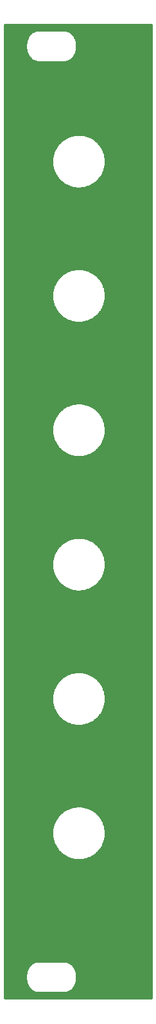
<source format=gbr>
G04 DipTrace 4.0.0.5*
G04 1 - Top.gbr*
%MOIN*%
G04 #@! TF.FileFunction,Copper,L1,Top*
G04 #@! TF.Part,Single*
G04 #@! TA.AperFunction,CopperBalancing*
%ADD15C,0.011811*%
%FSLAX26Y26*%
G04*
G70*
G90*
G75*
G01*
G04 Top*
%LPD*%
X408667Y5427297D2*
D15*
X1166143D1*
X408667Y5415617D2*
X1166143D1*
X408667Y5403937D2*
X551336D1*
X748442D2*
X1166143D1*
X408667Y5392257D2*
X537333D1*
X762433D2*
X1166143D1*
X408667Y5380577D2*
X528579D1*
X771198D2*
X1166143D1*
X408667Y5368898D2*
X522581D1*
X777185D2*
X1166143D1*
X408667Y5357218D2*
X518556D1*
X781222D2*
X1166143D1*
X408667Y5345538D2*
X516064D1*
X783714D2*
X1166143D1*
X408667Y5333858D2*
X514923D1*
X784844D2*
X1166143D1*
X408667Y5322178D2*
X515072D1*
X784694D2*
X1166143D1*
X408667Y5310499D2*
X516514D1*
X783264D2*
X1166143D1*
X408667Y5298819D2*
X519352D1*
X780415D2*
X1166143D1*
X408667Y5287139D2*
X523827D1*
X775940D2*
X1166143D1*
X408667Y5275459D2*
X530356D1*
X769423D2*
X1166143D1*
X408667Y5263780D2*
X539975D1*
X759791D2*
X1166143D1*
X408667Y5252100D2*
X556343D1*
X743436D2*
X1166143D1*
X408667Y5240420D2*
X1166143D1*
X408667Y5228740D2*
X1166143D1*
X408667Y5217060D2*
X1166143D1*
X408667Y5205381D2*
X1166143D1*
X408667Y5193701D2*
X1166143D1*
X408667Y5182021D2*
X1166143D1*
X408667Y5170341D2*
X1166143D1*
X408667Y5158661D2*
X1166143D1*
X408667Y5146982D2*
X1166143D1*
X408667Y5135302D2*
X1166143D1*
X408667Y5123622D2*
X1166143D1*
X408667Y5111942D2*
X1166143D1*
X408667Y5100262D2*
X1166143D1*
X408667Y5088583D2*
X1166143D1*
X408667Y5076903D2*
X1166143D1*
X408667Y5065223D2*
X1166143D1*
X408667Y5053543D2*
X1166143D1*
X408667Y5041864D2*
X1166143D1*
X408667Y5030184D2*
X1166143D1*
X408667Y5018504D2*
X1166143D1*
X408667Y5006824D2*
X1166143D1*
X408667Y4995144D2*
X1166143D1*
X408667Y4983465D2*
X1166143D1*
X408667Y4971785D2*
X1166143D1*
X408667Y4960105D2*
X1166143D1*
X408667Y4948425D2*
X1166143D1*
X408667Y4936745D2*
X1166143D1*
X408667Y4925066D2*
X1166143D1*
X408667Y4913386D2*
X1166143D1*
X408667Y4901706D2*
X1166143D1*
X408667Y4890026D2*
X1166143D1*
X408667Y4878346D2*
X1166143D1*
X408667Y4866667D2*
X748075D1*
X836390D2*
X1166143D1*
X408667Y4854987D2*
X721697D1*
X862895D2*
X1166143D1*
X408667Y4843307D2*
X704371D1*
X880173D2*
X1166143D1*
X408667Y4831627D2*
X691349D1*
X893207D2*
X1166143D1*
X408667Y4819948D2*
X681026D1*
X903496D2*
X1166143D1*
X408667Y4808268D2*
X672768D1*
X911755D2*
X1166143D1*
X408667Y4796588D2*
X666136D1*
X918398D2*
X1166143D1*
X408667Y4784908D2*
X660865D1*
X923657D2*
X1166143D1*
X408667Y4773228D2*
X656816D1*
X927694D2*
X1166143D1*
X408667Y4761549D2*
X653921D1*
X930625D2*
X1166143D1*
X408667Y4749869D2*
X652064D1*
X932516D2*
X1166143D1*
X408667Y4738189D2*
X651176D1*
X933358D2*
X1166143D1*
X408667Y4726509D2*
X651234D1*
X933277D2*
X1166143D1*
X408667Y4714829D2*
X652318D1*
X932251D2*
X1166143D1*
X408667Y4703150D2*
X654383D1*
X930175D2*
X1166143D1*
X408667Y4691470D2*
X657486D1*
X927049D2*
X1166143D1*
X408667Y4679790D2*
X661718D1*
X922804D2*
X1166143D1*
X408667Y4668110D2*
X667209D1*
X917325D2*
X1166143D1*
X408667Y4656430D2*
X674129D1*
X910406D2*
X1166143D1*
X408667Y4644751D2*
X682734D1*
X901835D2*
X1166143D1*
X408667Y4633071D2*
X693415D1*
X891097D2*
X1166143D1*
X408667Y4621391D2*
X707071D1*
X877487D2*
X1166143D1*
X408667Y4609711D2*
X725399D1*
X859066D2*
X1166143D1*
X408667Y4598031D2*
X755157D1*
X829262D2*
X1166143D1*
X408667Y4586352D2*
X1166143D1*
X408667Y4574672D2*
X1166143D1*
X408667Y4562992D2*
X1166143D1*
X408667Y4551312D2*
X1166143D1*
X408667Y4539633D2*
X1166143D1*
X408667Y4527953D2*
X1166143D1*
X408667Y4516273D2*
X1166143D1*
X408667Y4504593D2*
X1166143D1*
X408667Y4492913D2*
X1166143D1*
X408667Y4481234D2*
X1166143D1*
X408667Y4469554D2*
X1166143D1*
X408667Y4457874D2*
X1166143D1*
X408667Y4446194D2*
X1166143D1*
X408667Y4434514D2*
X1166143D1*
X408667Y4422835D2*
X1166143D1*
X408667Y4411155D2*
X1166143D1*
X408667Y4399475D2*
X1166143D1*
X408667Y4387795D2*
X1166143D1*
X408667Y4376115D2*
X1166143D1*
X408667Y4364436D2*
X1166143D1*
X408667Y4352756D2*
X1166143D1*
X408667Y4341076D2*
X1166143D1*
X408667Y4329396D2*
X1166143D1*
X408667Y4317717D2*
X1166143D1*
X408667Y4306037D2*
X1166143D1*
X408667Y4294357D2*
X1166143D1*
X408667Y4282677D2*
X1166143D1*
X408667Y4270997D2*
X1166143D1*
X408667Y4259318D2*
X1166143D1*
X408667Y4247638D2*
X1166143D1*
X408667Y4235958D2*
X1166143D1*
X408667Y4224278D2*
X1166143D1*
X408667Y4212598D2*
X1166143D1*
X408667Y4200919D2*
X1166143D1*
X408667Y4189239D2*
X1166143D1*
X408667Y4177559D2*
X771408D1*
X813310D2*
X1166143D1*
X408667Y4165879D2*
X731950D1*
X852608D2*
X1166143D1*
X408667Y4154199D2*
X711604D1*
X872954D2*
X1166143D1*
X408667Y4142520D2*
X696898D1*
X887648D2*
X1166143D1*
X408667Y4130840D2*
X685455D1*
X899079D2*
X1166143D1*
X408667Y4119160D2*
X676332D1*
X908202D2*
X1166143D1*
X408667Y4107480D2*
X668984D1*
X915550D2*
X1166143D1*
X408667Y4095801D2*
X663126D1*
X921408D2*
X1166143D1*
X408667Y4084121D2*
X658535D1*
X925988D2*
X1166143D1*
X408667Y4072441D2*
X655097D1*
X929402D2*
X1166143D1*
X408667Y4060761D2*
X652780D1*
X931766D2*
X1166143D1*
X408667Y4049081D2*
X651465D1*
X933093D2*
X1166143D1*
X408667Y4037402D2*
X651096D1*
X933428D2*
X1166143D1*
X408667Y4025722D2*
X651696D1*
X932828D2*
X1166143D1*
X408667Y4014042D2*
X653310D1*
X931259D2*
X1166143D1*
X408667Y4002362D2*
X655928D1*
X928618D2*
X1166143D1*
X408667Y3990682D2*
X659642D1*
X924903D2*
X1166143D1*
X408667Y3979003D2*
X664545D1*
X919990D2*
X1166143D1*
X408667Y3967323D2*
X670773D1*
X913761D2*
X1166143D1*
X408667Y3955643D2*
X678570D1*
X905987D2*
X1166143D1*
X408667Y3943963D2*
X688224D1*
X896310D2*
X1166143D1*
X408667Y3932283D2*
X700416D1*
X884130D2*
X1166143D1*
X408667Y3920604D2*
X716286D1*
X868294D2*
X1166143D1*
X408667Y3908924D2*
X739136D1*
X845433D2*
X1166143D1*
X408667Y3897244D2*
X1166143D1*
X408667Y3885564D2*
X1166143D1*
X408667Y3873885D2*
X1166143D1*
X408667Y3862205D2*
X1166143D1*
X408667Y3850525D2*
X1166143D1*
X408667Y3838845D2*
X1166143D1*
X408667Y3827165D2*
X1166143D1*
X408667Y3815486D2*
X1166143D1*
X408667Y3803806D2*
X1166143D1*
X408667Y3792126D2*
X1166143D1*
X408667Y3780446D2*
X1166143D1*
X408667Y3768766D2*
X1166143D1*
X408667Y3757087D2*
X1166143D1*
X408667Y3745407D2*
X1166143D1*
X408667Y3733727D2*
X1166143D1*
X408667Y3722047D2*
X1166143D1*
X408667Y3710367D2*
X1166143D1*
X408667Y3698688D2*
X1166143D1*
X408667Y3687008D2*
X1166143D1*
X408667Y3675328D2*
X1166143D1*
X408667Y3663648D2*
X1166143D1*
X408667Y3651969D2*
X1166143D1*
X408667Y3640289D2*
X1166143D1*
X408667Y3628609D2*
X1166143D1*
X408667Y3616929D2*
X1166143D1*
X408667Y3605249D2*
X1166143D1*
X408667Y3593570D2*
X1166143D1*
X408667Y3581890D2*
X1166143D1*
X408667Y3570210D2*
X1166143D1*
X408667Y3558530D2*
X1166143D1*
X408667Y3546850D2*
X1166143D1*
X408667Y3535171D2*
X1166143D1*
X408667Y3523491D2*
X1166143D1*
X408667Y3511811D2*
X1166143D1*
X408667Y3500131D2*
X1166143D1*
X408667Y3488451D2*
X1166143D1*
X408667Y3476772D2*
X745156D1*
X839504D2*
X1166143D1*
X408667Y3465092D2*
X719920D1*
X864614D2*
X1166143D1*
X408667Y3453412D2*
X703080D1*
X881420D2*
X1166143D1*
X408667Y3441732D2*
X690369D1*
X894211D2*
X1166143D1*
X408667Y3430052D2*
X680253D1*
X904269D2*
X1166143D1*
X408667Y3418373D2*
X672156D1*
X912388D2*
X1166143D1*
X408667Y3406693D2*
X665640D1*
X918906D2*
X1166143D1*
X408667Y3395013D2*
X660496D1*
X924050D2*
X1166143D1*
X408667Y3383333D2*
X656539D1*
X927983D2*
X1166143D1*
X408667Y3371654D2*
X653702D1*
X930808D2*
X1166143D1*
X408667Y3359974D2*
X651937D1*
X932631D2*
X1166143D1*
X408667Y3348294D2*
X651154D1*
X933392D2*
X1166143D1*
X408667Y3336614D2*
X651303D1*
X933219D2*
X1166143D1*
X408667Y3324934D2*
X652445D1*
X932101D2*
X1166143D1*
X408667Y3313255D2*
X654602D1*
X929967D2*
X1166143D1*
X408667Y3301575D2*
X657808D1*
X926749D2*
X1166143D1*
X408667Y3289895D2*
X662156D1*
X922388D2*
X1166143D1*
X408667Y3278215D2*
X667762D1*
X916783D2*
X1166143D1*
X408667Y3266535D2*
X674810D1*
X909748D2*
X1166143D1*
X408667Y3254856D2*
X683552D1*
X901005D2*
X1166143D1*
X408667Y3243176D2*
X694475D1*
X890035D2*
X1166143D1*
X408667Y3231496D2*
X708398D1*
X876102D2*
X1166143D1*
X408667Y3219816D2*
X727394D1*
X857163D2*
X1166143D1*
X408667Y3208136D2*
X759310D1*
X825328D2*
X1166143D1*
X408667Y3196457D2*
X1166143D1*
X408667Y3184777D2*
X1166143D1*
X408667Y3173097D2*
X1166143D1*
X408667Y3161417D2*
X1166143D1*
X408667Y3149738D2*
X1166143D1*
X408667Y3138058D2*
X1166143D1*
X408667Y3126378D2*
X1166143D1*
X408667Y3114698D2*
X1166143D1*
X408667Y3103018D2*
X1166143D1*
X408667Y3091339D2*
X1166143D1*
X408667Y3079659D2*
X1166143D1*
X408667Y3067979D2*
X1166143D1*
X408667Y3056299D2*
X1166143D1*
X408667Y3044619D2*
X1166143D1*
X408667Y3032940D2*
X1166143D1*
X408667Y3021260D2*
X1166143D1*
X408667Y3009580D2*
X1166143D1*
X408667Y2997900D2*
X1166143D1*
X408667Y2986220D2*
X1166143D1*
X408667Y2974541D2*
X1166143D1*
X408667Y2962861D2*
X1166143D1*
X408667Y2951181D2*
X1166143D1*
X408667Y2939501D2*
X1166143D1*
X408667Y2927822D2*
X1166143D1*
X408667Y2916142D2*
X1166143D1*
X408667Y2904462D2*
X1166143D1*
X408667Y2892782D2*
X1166143D1*
X408667Y2881102D2*
X1166143D1*
X408667Y2869423D2*
X1166143D1*
X408667Y2857743D2*
X1166143D1*
X408667Y2846063D2*
X1166143D1*
X408667Y2834383D2*
X1166143D1*
X408667Y2822703D2*
X1166143D1*
X408667Y2811024D2*
X1166143D1*
X408667Y2799344D2*
X1166143D1*
X408667Y2787664D2*
X765283D1*
X819343D2*
X1166143D1*
X408667Y2775984D2*
X729828D1*
X854660D2*
X1166143D1*
X408667Y2764304D2*
X710173D1*
X874430D2*
X1166143D1*
X408667Y2752625D2*
X695814D1*
X888756D2*
X1166143D1*
X408667Y2740945D2*
X684568D1*
X899932D2*
X1166143D1*
X408667Y2729265D2*
X675652D1*
X908894D2*
X1166143D1*
X408667Y2717585D2*
X668432D1*
X916114D2*
X1166143D1*
X408667Y2705906D2*
X662688D1*
X921870D2*
X1166143D1*
X408667Y2694226D2*
X658213D1*
X926333D2*
X1166143D1*
X408667Y2682546D2*
X654878D1*
X929644D2*
X1166143D1*
X408667Y2670866D2*
X652618D1*
X931916D2*
X1166143D1*
X408667Y2659186D2*
X651383D1*
X933173D2*
X1166143D1*
X408667Y2647507D2*
X651118D1*
X933428D2*
X1166143D1*
X408667Y2635827D2*
X651787D1*
X932723D2*
X1166143D1*
X408667Y2624147D2*
X653483D1*
X931063D2*
X1166143D1*
X408667Y2612467D2*
X656205D1*
X928364D2*
X1166143D1*
X408667Y2600787D2*
X660022D1*
X924534D2*
X1166143D1*
X408667Y2589108D2*
X665041D1*
X919529D2*
X1166143D1*
X408667Y2577428D2*
X671395D1*
X913161D2*
X1166143D1*
X408667Y2565748D2*
X679319D1*
X905249D2*
X1166143D1*
X408667Y2554068D2*
X689147D1*
X895353D2*
X1166143D1*
X408667Y2542388D2*
X701615D1*
X882965D2*
X1166143D1*
X408667Y2530709D2*
X717867D1*
X866690D2*
X1166143D1*
X408667Y2519029D2*
X741673D1*
X842861D2*
X1166143D1*
X408667Y2507349D2*
X1166143D1*
X408667Y2495669D2*
X1166143D1*
X408667Y2483990D2*
X1166143D1*
X408667Y2472310D2*
X1166143D1*
X408667Y2460630D2*
X1166143D1*
X408667Y2448950D2*
X1166143D1*
X408667Y2437270D2*
X1166143D1*
X408667Y2425591D2*
X1166143D1*
X408667Y2413911D2*
X1166143D1*
X408667Y2402231D2*
X1166143D1*
X408667Y2390551D2*
X1166143D1*
X408667Y2378871D2*
X1166143D1*
X408667Y2367192D2*
X1166143D1*
X408667Y2355512D2*
X1166143D1*
X408667Y2343832D2*
X1166143D1*
X408667Y2332152D2*
X1166143D1*
X408667Y2320472D2*
X1166143D1*
X408667Y2308793D2*
X1166143D1*
X408667Y2297113D2*
X1166143D1*
X408667Y2285433D2*
X1166143D1*
X408667Y2273753D2*
X1166143D1*
X408667Y2262073D2*
X1166143D1*
X408667Y2250394D2*
X1166143D1*
X408667Y2238714D2*
X1166143D1*
X408667Y2227034D2*
X1166143D1*
X408667Y2215354D2*
X1166143D1*
X408667Y2203675D2*
X1166143D1*
X408667Y2191995D2*
X1166143D1*
X408667Y2180315D2*
X1166143D1*
X408667Y2168635D2*
X1166143D1*
X408667Y2156955D2*
X1166143D1*
X408667Y2145276D2*
X1166143D1*
X408667Y2133596D2*
X1166143D1*
X408667Y2121916D2*
X1166143D1*
X408667Y2110236D2*
X1166143D1*
X408667Y2098556D2*
X1166143D1*
X408667Y2086877D2*
X742261D1*
X842192D2*
X1166143D1*
X408667Y2075197D2*
X718248D1*
X866264D2*
X1166143D1*
X408667Y2063517D2*
X701892D1*
X882642D2*
X1166143D1*
X408667Y2051837D2*
X689378D1*
X895146D2*
X1166143D1*
X408667Y2040157D2*
X679504D1*
X905042D2*
X1166143D1*
X408667Y2028478D2*
X671534D1*
X913024D2*
X1166143D1*
X408667Y2016798D2*
X665156D1*
X919413D2*
X1166143D1*
X408667Y2005118D2*
X660115D1*
X924442D2*
X1166143D1*
X408667Y1993438D2*
X656262D1*
X928272D2*
X1166143D1*
X408667Y1981759D2*
X653529D1*
X930993D2*
X1166143D1*
X408667Y1970079D2*
X651822D1*
X932713D2*
X1166143D1*
X408667Y1958399D2*
X651130D1*
X933438D2*
X1166143D1*
X408667Y1946719D2*
X651373D1*
X933161D2*
X1166143D1*
X408667Y1935039D2*
X652572D1*
X931940D2*
X1166143D1*
X408667Y1923360D2*
X654822D1*
X929724D2*
X1166143D1*
X408667Y1911680D2*
X658131D1*
X926437D2*
X1166143D1*
X408667Y1900000D2*
X662594D1*
X921974D2*
X1166143D1*
X408667Y1888320D2*
X668304D1*
X916253D2*
X1166143D1*
X408667Y1876640D2*
X675491D1*
X909091D2*
X1166143D1*
X408667Y1864961D2*
X684371D1*
X900139D2*
X1166143D1*
X408667Y1853281D2*
X695559D1*
X888986D2*
X1166143D1*
X408667Y1841601D2*
X709828D1*
X874696D2*
X1166143D1*
X408667Y1829921D2*
X729366D1*
X855202D2*
X1166143D1*
X408667Y1818241D2*
X764026D1*
X820518D2*
X1166143D1*
X408667Y1806562D2*
X1166143D1*
X408667Y1794882D2*
X1166143D1*
X408667Y1783202D2*
X1166143D1*
X408667Y1771522D2*
X1166143D1*
X408667Y1759843D2*
X1166143D1*
X408667Y1748163D2*
X1166143D1*
X408667Y1736483D2*
X1166143D1*
X408667Y1724803D2*
X1166143D1*
X408667Y1713123D2*
X1166143D1*
X408667Y1701444D2*
X1166143D1*
X408667Y1689764D2*
X1166143D1*
X408667Y1678084D2*
X1166143D1*
X408667Y1666404D2*
X1166143D1*
X408667Y1654724D2*
X1166143D1*
X408667Y1643045D2*
X1166143D1*
X408667Y1631365D2*
X1166143D1*
X408667Y1619685D2*
X1166143D1*
X408667Y1608005D2*
X1166143D1*
X408667Y1596325D2*
X1166143D1*
X408667Y1584646D2*
X1166143D1*
X408667Y1572966D2*
X1166143D1*
X408667Y1561286D2*
X1166143D1*
X408667Y1549606D2*
X1166143D1*
X408667Y1537927D2*
X1166143D1*
X408667Y1526247D2*
X1166143D1*
X408667Y1514567D2*
X1166143D1*
X408667Y1502887D2*
X1166143D1*
X408667Y1491207D2*
X1166143D1*
X408667Y1479528D2*
X1166143D1*
X408667Y1467848D2*
X1166143D1*
X408667Y1456168D2*
X1166143D1*
X408667Y1444488D2*
X1166143D1*
X408667Y1432808D2*
X1166143D1*
X408667Y1421129D2*
X1166143D1*
X408667Y1409449D2*
X1166143D1*
X408667Y1397769D2*
X760302D1*
X824186D2*
X1166143D1*
X408667Y1386089D2*
X727844D1*
X856724D2*
X1166143D1*
X408667Y1374409D2*
X708720D1*
X875780D2*
X1166143D1*
X408667Y1362730D2*
X694730D1*
X889840D2*
X1166143D1*
X408667Y1351050D2*
X683748D1*
X900786D2*
X1166143D1*
X408667Y1339370D2*
X674971D1*
X909597D2*
X1166143D1*
X408667Y1327690D2*
X667890D1*
X916692D2*
X1166143D1*
X408667Y1316010D2*
X662260D1*
X922320D2*
X1166143D1*
X408667Y1304331D2*
X657878D1*
X926680D2*
X1166143D1*
X408667Y1292651D2*
X654659D1*
X929886D2*
X1166143D1*
X408667Y1280971D2*
X652469D1*
X932055D2*
X1166143D1*
X408667Y1269291D2*
X651315D1*
X933219D2*
X1166143D1*
X408667Y1257612D2*
X651142D1*
X933416D2*
X1166143D1*
X408667Y1245932D2*
X651915D1*
X932619D2*
X1166143D1*
X408667Y1234252D2*
X653656D1*
X930856D2*
X1166143D1*
X408667Y1222572D2*
X656482D1*
X928075D2*
X1166143D1*
X408667Y1210892D2*
X660403D1*
X924177D2*
X1166143D1*
X408667Y1199213D2*
X665525D1*
X919045D2*
X1166143D1*
X408667Y1187533D2*
X672007D1*
X912573D2*
X1166143D1*
X408667Y1175853D2*
X680070D1*
X904476D2*
X1166143D1*
X408667Y1164173D2*
X690139D1*
X894385D2*
X1166143D1*
X408667Y1152493D2*
X702803D1*
X881707D2*
X1166143D1*
X408667Y1140814D2*
X719505D1*
X864983D2*
X1166143D1*
X408667Y1129134D2*
X744465D1*
X840081D2*
X1166143D1*
X408667Y1117454D2*
X1166143D1*
X408667Y1105774D2*
X1166143D1*
X408667Y1094094D2*
X1166143D1*
X408667Y1082415D2*
X1166143D1*
X408667Y1070735D2*
X1166143D1*
X408667Y1059055D2*
X1166143D1*
X408667Y1047375D2*
X1166143D1*
X408667Y1035696D2*
X1166143D1*
X408667Y1024016D2*
X1166143D1*
X408667Y1012336D2*
X1166143D1*
X408667Y1000656D2*
X1166143D1*
X408667Y988976D2*
X1166143D1*
X408667Y977297D2*
X1166143D1*
X408667Y965617D2*
X1166143D1*
X408667Y953937D2*
X1166143D1*
X408667Y942257D2*
X1166143D1*
X408667Y930577D2*
X1166143D1*
X408667Y918898D2*
X1166143D1*
X408667Y907218D2*
X1166143D1*
X408667Y895538D2*
X1166143D1*
X408667Y883858D2*
X1166143D1*
X408667Y872178D2*
X1166143D1*
X408667Y860499D2*
X1166143D1*
X408667Y848819D2*
X1166143D1*
X408667Y837139D2*
X1166143D1*
X408667Y825459D2*
X1166143D1*
X408667Y813780D2*
X1166143D1*
X408667Y802100D2*
X1166143D1*
X408667Y790420D2*
X1166143D1*
X408667Y778740D2*
X1166143D1*
X408667Y767060D2*
X1166143D1*
X408667Y755381D2*
X1166143D1*
X408667Y743701D2*
X1166143D1*
X408667Y732021D2*
X1166143D1*
X408667Y720341D2*
X1166143D1*
X408667Y708661D2*
X1166143D1*
X408667Y696982D2*
X1166143D1*
X408667Y685302D2*
X1166143D1*
X408667Y673622D2*
X1166143D1*
X408667Y661942D2*
X1166143D1*
X408667Y650262D2*
X1166143D1*
X408667Y638583D2*
X1166143D1*
X408667Y626903D2*
X1166143D1*
X408667Y615223D2*
X1166143D1*
X408667Y603543D2*
X1166143D1*
X408667Y591864D2*
X551774D1*
X748004D2*
X1166143D1*
X408667Y580184D2*
X537598D1*
X762178D2*
X1166143D1*
X408667Y568504D2*
X528752D1*
X771026D2*
X1166143D1*
X408667Y556824D2*
X522697D1*
X777070D2*
X1166143D1*
X408667Y545144D2*
X518625D1*
X781152D2*
X1166143D1*
X408667Y533465D2*
X516110D1*
X783667D2*
X1166143D1*
X408667Y521785D2*
X514934D1*
X784832D2*
X1166143D1*
X408667Y510105D2*
X515050D1*
X784717D2*
X1166143D1*
X408667Y498425D2*
X516457D1*
X783322D2*
X1166143D1*
X408667Y486745D2*
X519260D1*
X780518D2*
X1166143D1*
X408667Y475066D2*
X523699D1*
X776066D2*
X1166143D1*
X408667Y463386D2*
X530159D1*
X769608D2*
X1166143D1*
X408667Y451706D2*
X539686D1*
X760080D2*
X1166143D1*
X408667Y440026D2*
X555731D1*
X744047D2*
X1166143D1*
X408667Y428346D2*
X1166143D1*
X408667Y416667D2*
X1166143D1*
X748455Y443266D2*
X747315Y442528D1*
X748455Y443266D1*
X744990Y441180D2*
X743797Y440516D1*
X744990Y441180D1*
X746976Y442314D2*
X746177Y441843D1*
X744990Y441180D1*
X746976Y442314D1*
X742348Y439782D2*
X739837Y438627D1*
X738161Y437940D1*
X737154Y437541D1*
X735440Y436948D1*
X733709Y436392D1*
X732005Y435912D1*
X730990Y435652D1*
X729117Y435228D1*
X727333Y434900D1*
X726324Y434727D1*
X724520Y434493D1*
X723379Y434361D1*
X721562Y434234D1*
X720680Y434182D1*
X719501Y434147D1*
X580022Y434148D1*
X578202Y434234D1*
X577055Y434302D1*
X575244Y434493D1*
X574222Y434614D1*
X572430Y434900D1*
X571409Y435076D1*
X569640Y435455D1*
X568627Y435686D1*
X566883Y436161D1*
X565184Y436665D1*
X563357Y437274D1*
X561659Y437920D1*
X560609Y438335D1*
X559762Y438702D1*
X556790Y440087D1*
X555975Y440517D1*
X553262Y442035D1*
X552476Y442518D1*
X549873Y444210D1*
X549119Y444741D1*
X546589Y446625D1*
X545873Y447205D1*
X543717Y449033D1*
X542780Y449879D1*
X540542Y452021D1*
X539900Y452682D1*
X537835Y454912D1*
X537228Y455606D1*
X535230Y458005D1*
X534661Y458732D1*
X532731Y461323D1*
X532205Y462080D1*
X530520Y464625D1*
X530043Y465381D1*
X528438Y468056D1*
X527895Y469018D1*
X526421Y471811D1*
X525965Y472731D1*
X523999Y476967D1*
X523643Y477818D1*
X521958Y482147D1*
X521654Y483017D1*
X520266Y487294D1*
X519930Y488446D1*
X518722Y493105D1*
X518521Y494004D1*
X517566Y498803D1*
X517415Y499713D1*
X516723Y504598D1*
X516622Y505514D1*
X516181Y510638D1*
X516135Y511558D1*
X516001Y516639D1*
X516004Y517560D1*
X516144Y522795D1*
X516203Y523717D1*
X516636Y528709D1*
X516744Y529623D1*
X517445Y534573D1*
X517605Y535482D1*
X518564Y540276D1*
X518776Y541173D1*
X519999Y545877D1*
X520262Y546760D1*
X521655Y551056D1*
X522064Y552197D1*
X523770Y556583D1*
X524140Y557427D1*
X526001Y561430D1*
X526412Y562255D1*
X527993Y565247D1*
X528451Y566047D1*
X530058Y568710D1*
X531358Y570709D1*
X532318Y572157D1*
X532850Y572908D1*
X534652Y575323D1*
X535290Y576135D1*
X537308Y578570D1*
X537919Y579260D1*
X540143Y581656D1*
X540797Y582306D1*
X542980Y584379D1*
X543667Y584993D1*
X546148Y587106D1*
X546875Y587673D1*
X549108Y589331D1*
X550167Y590067D1*
X552877Y591815D1*
X553673Y592280D1*
X556416Y593790D1*
X557241Y594199D1*
X559976Y595475D1*
X561659Y596161D1*
X562623Y596541D1*
X564337Y597134D1*
X566030Y597677D1*
X567719Y598159D1*
X568915Y598461D1*
X570647Y598840D1*
X572430Y599168D1*
X573440Y599341D1*
X575244Y599575D1*
X576240Y599692D1*
X578058Y599832D1*
X578962Y599891D1*
X586064Y599934D1*
X719886Y599930D1*
X721706Y599832D1*
X722709Y599766D1*
X724520Y599575D1*
X725542Y599454D1*
X727333Y599168D1*
X729117Y598840D1*
X731097Y598404D1*
X732849Y597932D1*
X734593Y597416D1*
X736470Y596790D1*
X738161Y596142D1*
X739199Y595728D1*
X740043Y595358D1*
X742911Y594018D1*
X743728Y593592D1*
X746514Y592046D1*
X747301Y591563D1*
X749951Y589840D1*
X750702Y589306D1*
X753182Y587450D1*
X753899Y586870D1*
X756259Y584866D1*
X756940Y584244D1*
X759175Y582106D1*
X759819Y581448D1*
X762025Y579077D1*
X762627Y578379D1*
X764534Y576063D1*
X765102Y575336D1*
X766992Y572803D1*
X767521Y572047D1*
X769218Y569503D1*
X769748Y568663D1*
X771341Y566000D1*
X771835Y565127D1*
X773323Y562335D1*
X773836Y561301D1*
X775648Y557371D1*
X776136Y556220D1*
X777819Y551921D1*
X778123Y551051D1*
X779510Y546774D1*
X779846Y545622D1*
X781052Y540974D1*
X781253Y540075D1*
X782213Y535270D1*
X782364Y534361D1*
X783060Y529421D1*
X783159Y528505D1*
X783566Y523657D1*
X783627Y522538D1*
X783777Y517375D1*
X783772Y516453D1*
X783621Y511344D1*
X783566Y510424D1*
X783139Y505352D1*
X783031Y504437D1*
X782333Y499518D1*
X782175Y498610D1*
X781213Y493793D1*
X781001Y492895D1*
X779778Y488192D1*
X779514Y487308D1*
X778031Y482740D1*
X777714Y481874D1*
X776013Y477550D1*
X775647Y476705D1*
X773744Y472585D1*
X773331Y471762D1*
X771824Y468936D1*
X771371Y468133D1*
X769720Y465358D1*
X769227Y464580D1*
X767448Y461911D1*
X766913Y461160D1*
X765112Y458744D1*
X764482Y457942D1*
X762427Y455462D1*
X761814Y454773D1*
X759710Y452518D1*
X759060Y451864D1*
X756702Y449600D1*
X756010Y448990D1*
X753659Y447010D1*
X752933Y446442D1*
X750714Y444785D1*
X749610Y444014D1*
X748455Y443266D1*
X742348Y439782D1*
X748455Y5255615D2*
X747315Y5254877D1*
X748455Y5255615D1*
X749612Y5256366D2*
X748455Y5255615D1*
X749612Y5256366D1*
X746904Y5254618D2*
X746104Y5254151D1*
X744916Y5253495D1*
X746904Y5254618D1*
X750714Y5257134D2*
X752933Y5258791D1*
X753911Y5259571D1*
X756064Y5261398D1*
X756951Y5262197D1*
X758955Y5264113D1*
X759819Y5264983D1*
X761814Y5267122D1*
X762638Y5268063D1*
X764518Y5270349D1*
X765112Y5271106D1*
X766913Y5273522D1*
X767530Y5274396D1*
X769227Y5276942D1*
X769757Y5277782D1*
X771349Y5280445D1*
X771843Y5281318D1*
X773331Y5284112D1*
X773843Y5285143D1*
X775647Y5289054D1*
X776114Y5290150D1*
X777722Y5294256D1*
X778129Y5295394D1*
X779514Y5299671D1*
X779850Y5300823D1*
X781001Y5305257D1*
X781257Y5306371D1*
X782172Y5310949D1*
X782366Y5312085D1*
X783033Y5316807D1*
X783160Y5317942D1*
X783566Y5322768D1*
X783627Y5323873D1*
X783772Y5328816D1*
X783770Y5329995D1*
X783627Y5334888D1*
X783566Y5336007D1*
X783159Y5340862D1*
X783029Y5342010D1*
X782362Y5346718D1*
X782171Y5347836D1*
X781256Y5352427D1*
X780997Y5353551D1*
X779846Y5357987D1*
X779510Y5359136D1*
X778123Y5363413D1*
X777709Y5364571D1*
X776100Y5368664D1*
X775640Y5369740D1*
X773835Y5373652D1*
X773322Y5374684D1*
X771832Y5377480D1*
X771362Y5378312D1*
X769766Y5380992D1*
X769218Y5381865D1*
X767521Y5384409D1*
X766903Y5385283D1*
X765148Y5387636D1*
X764482Y5388488D1*
X762592Y5390772D1*
X761803Y5391669D1*
X759819Y5393797D1*
X759050Y5394577D1*
X756987Y5396562D1*
X755999Y5397450D1*
X753845Y5399265D1*
X752921Y5399997D1*
X750702Y5401655D1*
X749594Y5402425D1*
X747301Y5403912D1*
X746161Y5404596D1*
X743802Y5405913D1*
X742982Y5406345D1*
X739965Y5407745D1*
X738972Y5408168D1*
X737335Y5408819D1*
X736270Y5409206D1*
X734593Y5409765D1*
X732849Y5410281D1*
X731092Y5410753D1*
X729257Y5411172D1*
X728197Y5411382D1*
X726454Y5411681D1*
X725395Y5411835D1*
X723627Y5412042D1*
X722444Y5412146D1*
X720663Y5412249D1*
X719484Y5412283D1*
X580260D1*
X579084Y5412248D1*
X577303Y5412144D1*
X576121Y5412041D1*
X574352Y5411832D1*
X573294Y5411678D1*
X571551Y5411379D1*
X570491Y5411168D1*
X568769Y5410776D1*
X567720Y5410508D1*
X566105Y5410049D1*
X565184Y5409765D1*
X563491Y5409201D1*
X562476Y5408832D1*
X560825Y5408182D1*
X559747Y5407720D1*
X557322Y5406600D1*
X556490Y5406190D1*
X553600Y5404588D1*
X552462Y5403903D1*
X550165Y5402413D1*
X549108Y5401680D1*
X546875Y5400022D1*
X545861Y5399217D1*
X543720Y5397402D1*
X542824Y5396594D1*
X540748Y5394610D1*
X539890Y5393736D1*
X537919Y5391609D1*
X537219Y5390812D1*
X535324Y5388539D1*
X534652Y5387685D1*
X532850Y5385270D1*
X532196Y5384337D1*
X530510Y5381791D1*
X530035Y5381035D1*
X528429Y5378360D1*
X527887Y5377398D1*
X526412Y5374604D1*
X525958Y5373686D1*
X524140Y5369776D1*
X523638Y5368598D1*
X522042Y5364505D1*
X521648Y5363399D1*
X520262Y5359122D1*
X519927Y5357970D1*
X518776Y5353535D1*
X518518Y5352411D1*
X517602Y5347820D1*
X517412Y5346702D1*
X516745Y5341993D1*
X516621Y5340899D1*
X516210Y5336139D1*
X516135Y5334873D1*
X516004Y5329925D1*
X516005Y5328853D1*
X516135Y5323909D1*
X516205Y5322698D1*
X516623Y5317871D1*
X516747Y5316790D1*
X517413Y5312070D1*
X517608Y5310933D1*
X518524Y5306356D1*
X518780Y5305241D1*
X519930Y5300806D1*
X520266Y5299656D1*
X521654Y5295379D1*
X522041Y5294294D1*
X523635Y5290186D1*
X524146Y5288991D1*
X525966Y5285077D1*
X526420Y5284160D1*
X527898Y5281364D1*
X528461Y5280369D1*
X530068Y5277702D1*
X531358Y5275722D1*
X532205Y5274442D1*
X532861Y5273509D1*
X534661Y5271094D1*
X535301Y5270282D1*
X537193Y5267999D1*
X537929Y5267159D1*
X539900Y5265031D1*
X540807Y5264114D1*
X542883Y5262143D1*
X543678Y5261427D1*
X545819Y5259600D1*
X546887Y5258749D1*
X549119Y5257091D1*
X550182Y5256354D1*
X552476Y5254867D1*
X553689Y5254143D1*
X556049Y5252839D1*
X557257Y5252223D1*
X559613Y5251122D1*
X560825Y5250597D1*
X562492Y5249941D1*
X563507Y5249573D1*
X565184Y5249014D1*
X566883Y5248510D1*
X568634Y5248035D1*
X570647Y5247589D1*
X572430Y5247262D1*
X574227Y5246976D1*
X576136Y5246751D1*
X577176Y5246656D1*
X578957Y5246539D1*
X580280Y5246496D1*
X719504D1*
X720824Y5246539D1*
X722605Y5246657D1*
X723643Y5246752D1*
X725412Y5246961D1*
X726470Y5247114D1*
X728213Y5247413D1*
X729983Y5247781D1*
X730854Y5247972D1*
X732005Y5248261D1*
X733709Y5248741D1*
X735440Y5249297D1*
X737159Y5249892D1*
X738988Y5250617D1*
X740059Y5251079D1*
X742497Y5252214D1*
X743743Y5252846D1*
X744916Y5253495D1*
X750714Y5257134D1*
X837020Y4600678D2*
X842312Y4602592D1*
X843134Y4602909D1*
X848322Y4605045D1*
X849243Y4605451D1*
X854301Y4607836D1*
X855131Y4608252D1*
X860055Y4610858D1*
X860837Y4611294D1*
X865629Y4614109D1*
X866436Y4614610D1*
X871071Y4617634D1*
X871867Y4618182D1*
X876358Y4621429D1*
X877083Y4621979D1*
X881403Y4625408D1*
X882110Y4625997D1*
X886941Y4630232D1*
X890946Y4634054D1*
X891614Y4634723D1*
X895427Y4638719D1*
X896017Y4639366D1*
X899659Y4643533D1*
X900287Y4644287D1*
X903719Y4648623D1*
X904255Y4649332D1*
X907491Y4653812D1*
X908022Y4654585D1*
X911062Y4659236D1*
X911555Y4660031D1*
X914371Y4664815D1*
X914819Y4665614D1*
X917425Y4670542D1*
X917858Y4671411D1*
X920230Y4676469D1*
X920602Y4677311D1*
X922749Y4682496D1*
X923104Y4683416D1*
X925003Y4688718D1*
X925293Y4689591D1*
X926955Y4694997D1*
X927224Y4695959D1*
X928625Y4701471D1*
X928836Y4702388D1*
X929987Y4708005D1*
X930157Y4708951D1*
X931049Y4714660D1*
X931181Y4715686D1*
X931783Y4721486D1*
X931857Y4722403D1*
X932198Y4728268D1*
X932231Y4729306D1*
X932270Y4735249D1*
X932253Y4736192D1*
X932018Y4742083D1*
X931957Y4743039D1*
X931445Y4748870D1*
X931329Y4749888D1*
X930379Y4756554D1*
X929315Y4762214D1*
X929113Y4763160D1*
X927790Y4768715D1*
X927549Y4769629D1*
X925976Y4775079D1*
X925676Y4776033D1*
X923841Y4781378D1*
X923533Y4782215D1*
X921475Y4787442D1*
X921084Y4788369D1*
X918778Y4793465D1*
X918375Y4794302D1*
X915849Y4799262D1*
X915404Y4800088D1*
X912655Y4804920D1*
X912193Y4805690D1*
X909234Y4810390D1*
X908692Y4811206D1*
X905524Y4815736D1*
X904997Y4816454D1*
X901633Y4820840D1*
X901013Y4821608D1*
X897438Y4825823D1*
X896856Y4826482D1*
X893108Y4830529D1*
X892472Y4831185D1*
X888542Y4835063D1*
X887854Y4835710D1*
X883740Y4839404D1*
X883022Y4840020D1*
X878738Y4843517D1*
X878068Y4844041D1*
X873640Y4847354D1*
X872810Y4847944D1*
X868211Y4851035D1*
X867469Y4851512D1*
X862726Y4854407D1*
X861916Y4854875D1*
X857041Y4857547D1*
X856234Y4857967D1*
X850311Y4860846D1*
X845152Y4863066D1*
X844332Y4863396D1*
X839081Y4865387D1*
X838142Y4865717D1*
X832761Y4867458D1*
X831844Y4867730D1*
X826358Y4869223D1*
X825408Y4869457D1*
X819831Y4870688D1*
X818916Y4870866D1*
X813235Y4871848D1*
X812211Y4871997D1*
X806450Y4872692D1*
X805521Y4872782D1*
X799669Y4873214D1*
X798672Y4873262D1*
X792122Y4873412D1*
X789450Y4873382D1*
X783531Y4873133D1*
X782613Y4873072D1*
X776795Y4872560D1*
X775781Y4872445D1*
X770042Y4871646D1*
X769110Y4871493D1*
X763450Y4870432D1*
X762496Y4870228D1*
X756941Y4868906D1*
X756028Y4868664D1*
X750577Y4867092D1*
X749609Y4866786D1*
X744277Y4864951D1*
X743454Y4864648D1*
X738227Y4862591D1*
X737301Y4862199D1*
X732205Y4859894D1*
X731387Y4859501D1*
X726412Y4856974D1*
X725568Y4856520D1*
X720738Y4853770D1*
X719945Y4853295D1*
X715259Y4850336D1*
X714486Y4849823D1*
X709944Y4846655D1*
X709180Y4846094D1*
X704806Y4842730D1*
X704113Y4842172D1*
X699885Y4838610D1*
X699150Y4837961D1*
X695101Y4834199D1*
X694471Y4833588D1*
X690593Y4829657D1*
X689946Y4828970D1*
X686252Y4824856D1*
X685656Y4824160D1*
X681584Y4819155D1*
X678276Y4814702D1*
X677747Y4813958D1*
X674643Y4809360D1*
X674157Y4808605D1*
X671262Y4803875D1*
X670770Y4803025D1*
X668097Y4798136D1*
X667669Y4797311D1*
X665220Y4792291D1*
X664841Y4791470D1*
X662615Y4786339D1*
X662253Y4785445D1*
X660264Y4780182D1*
X659940Y4779257D1*
X658198Y4773877D1*
X657929Y4772971D1*
X656437Y4767499D1*
X656198Y4766526D1*
X654967Y4760937D1*
X654782Y4759988D1*
X653814Y4754306D1*
X653677Y4753370D1*
X652970Y4747610D1*
X652875Y4746639D1*
X652442Y4740801D1*
X652394Y4739799D1*
X652249Y4733870D1*
X652251Y4732887D1*
X652394Y4726970D1*
X652444Y4725970D1*
X652877Y4720126D1*
X652971Y4719165D1*
X653680Y4713387D1*
X653818Y4712444D1*
X654787Y4706772D1*
X654970Y4705835D1*
X656202Y4700240D1*
X656437Y4699285D1*
X657932Y4693795D1*
X658207Y4692869D1*
X660264Y4686602D1*
X662260Y4681323D1*
X662614Y4680451D1*
X664841Y4675302D1*
X665236Y4674444D1*
X667688Y4669440D1*
X668106Y4668631D1*
X670777Y4663748D1*
X671259Y4662915D1*
X674152Y4658176D1*
X674667Y4657375D1*
X677770Y4652793D1*
X678285Y4652068D1*
X681584Y4647630D1*
X682169Y4646882D1*
X685664Y4642614D1*
X686264Y4641915D1*
X689955Y4637804D1*
X690606Y4637114D1*
X694484Y4633184D1*
X695114Y4632572D1*
X699163Y4628814D1*
X699895Y4628165D1*
X704127Y4624602D1*
X704787Y4624068D1*
X709164Y4620689D1*
X709954Y4620109D1*
X714500Y4616938D1*
X715269Y4616428D1*
X719961Y4613467D1*
X720749Y4612995D1*
X725584Y4610243D1*
X726424Y4609791D1*
X731404Y4607262D1*
X732260Y4606853D1*
X737352Y4604562D1*
X738203Y4604202D1*
X743427Y4602134D1*
X744336Y4601799D1*
X749664Y4599980D1*
X750594Y4599688D1*
X756945Y4597878D1*
X762509Y4596552D1*
X763425Y4596357D1*
X769080Y4595283D1*
X770105Y4595117D1*
X775840Y4594331D1*
X776770Y4594226D1*
X782583Y4593702D1*
X783591Y4593638D1*
X789495Y4593402D1*
X790479Y4593387D1*
X796409Y4593440D1*
X797356Y4593470D1*
X803239Y4593798D1*
X804247Y4593879D1*
X810038Y4594496D1*
X810966Y4594617D1*
X816678Y4595495D1*
X817665Y4595672D1*
X823285Y4596825D1*
X824241Y4597046D1*
X829757Y4598461D1*
X833320Y4599525D2*
X830617Y4598702D1*
X833320Y4599525D1*
X836041Y4600353D2*
X833320Y4599525D1*
X836041Y4600353D1*
X837020Y2517345D2*
X842312Y2519259D1*
X843134Y2519576D1*
X848322Y2521711D1*
X849243Y2522118D1*
X854301Y2524503D1*
X855131Y2524919D1*
X860055Y2527524D1*
X860837Y2527961D1*
X865629Y2530776D1*
X866436Y2531277D1*
X871071Y2534301D1*
X871867Y2534849D1*
X876358Y2538096D1*
X877083Y2538646D1*
X881403Y2542075D1*
X882110Y2542664D1*
X886274Y2546291D1*
X886950Y2546908D1*
X890946Y2550720D1*
X891614Y2551390D1*
X895427Y2555386D1*
X896041Y2556059D1*
X899669Y2560226D1*
X900251Y2560925D1*
X903697Y2565261D1*
X904255Y2565999D1*
X907491Y2570479D1*
X908022Y2571252D1*
X911062Y2575903D1*
X911555Y2576699D1*
X914371Y2581482D1*
X914819Y2582281D1*
X917853Y2588064D1*
X920230Y2593135D1*
X920602Y2593978D1*
X922749Y2599163D1*
X923104Y2600083D1*
X925003Y2605385D1*
X925293Y2606257D1*
X926955Y2611664D1*
X927224Y2612626D1*
X928625Y2618138D1*
X928836Y2619055D1*
X929987Y2624672D1*
X930157Y2625618D1*
X931049Y2631327D1*
X931181Y2632353D1*
X931783Y2638152D1*
X931857Y2639070D1*
X932198Y2644934D1*
X932231Y2645972D1*
X932270Y2651916D1*
X932253Y2652858D1*
X932018Y2658749D1*
X931957Y2659706D1*
X931445Y2665537D1*
X931329Y2666555D1*
X930530Y2672294D1*
X930377Y2673234D1*
X929315Y2678881D1*
X929113Y2679827D1*
X927790Y2685382D1*
X927549Y2686295D1*
X925976Y2691745D1*
X925676Y2692699D1*
X923841Y2698045D1*
X923533Y2698882D1*
X921475Y2704109D1*
X921084Y2705035D1*
X918778Y2710131D1*
X918375Y2710969D1*
X915849Y2715929D1*
X915404Y2716755D1*
X912201Y2722345D1*
X909235Y2727056D1*
X908693Y2727873D1*
X905524Y2732403D1*
X904997Y2733121D1*
X901633Y2737507D1*
X901013Y2738274D1*
X897438Y2742490D1*
X896856Y2743148D1*
X893108Y2747196D1*
X892472Y2747852D1*
X888542Y2751730D1*
X887854Y2752377D1*
X883740Y2756071D1*
X883022Y2756686D1*
X878738Y2760184D1*
X878068Y2760707D1*
X873640Y2764021D1*
X872810Y2764610D1*
X868211Y2767702D1*
X867469Y2768178D1*
X862726Y2771073D1*
X861916Y2771542D1*
X857041Y2774214D1*
X856234Y2774634D1*
X851214Y2777097D1*
X850298Y2777518D1*
X845152Y2779732D1*
X844332Y2780063D1*
X839081Y2782054D1*
X838142Y2782383D1*
X832761Y2784125D1*
X831844Y2784396D1*
X826358Y2785890D1*
X825407Y2786123D1*
X819831Y2787353D1*
X818916Y2787533D1*
X813235Y2788514D1*
X812211Y2788664D1*
X806450Y2789358D1*
X805521Y2789449D1*
X798686Y2789929D1*
X792122Y2790079D1*
X789428Y2790047D1*
X783576Y2789814D1*
X782568Y2789748D1*
X776751Y2789223D1*
X775781Y2789112D1*
X770042Y2788312D1*
X769110Y2788160D1*
X763450Y2787098D1*
X762496Y2786895D1*
X756941Y2785572D1*
X756028Y2785331D1*
X749622Y2783458D1*
X744277Y2781618D1*
X743454Y2781315D1*
X738227Y2779257D1*
X737318Y2778874D1*
X732209Y2776568D1*
X731354Y2776157D1*
X726392Y2773631D1*
X725568Y2773186D1*
X720738Y2770437D1*
X719945Y2769962D1*
X715259Y2767003D1*
X714486Y2766490D1*
X709942Y2763322D1*
X709180Y2762761D1*
X704806Y2759396D1*
X704113Y2758839D1*
X699885Y2755277D1*
X699150Y2754627D1*
X695101Y2750866D1*
X694471Y2750255D1*
X690593Y2746324D1*
X689946Y2745636D1*
X686252Y2741522D1*
X685656Y2740828D1*
X682157Y2736556D1*
X681576Y2735811D1*
X678276Y2731369D1*
X677748Y2730625D1*
X674643Y2726026D1*
X674157Y2725272D1*
X671262Y2720542D1*
X670770Y2719692D1*
X668097Y2714803D1*
X667671Y2713978D1*
X665220Y2708958D1*
X664841Y2708136D1*
X662615Y2703005D1*
X662253Y2702112D1*
X660264Y2696849D1*
X659940Y2695924D1*
X657933Y2689651D1*
X656437Y2684165D1*
X656198Y2683193D1*
X654967Y2677604D1*
X654782Y2676655D1*
X653814Y2670972D1*
X653677Y2670037D1*
X652970Y2664277D1*
X652874Y2663306D1*
X652442Y2657467D1*
X652394Y2656466D1*
X652249Y2650537D1*
X652251Y2649554D1*
X652394Y2643636D1*
X652444Y2642636D1*
X652877Y2636793D1*
X652971Y2635832D1*
X653678Y2630054D1*
X653818Y2629110D1*
X654787Y2623438D1*
X654970Y2622501D1*
X656202Y2616907D1*
X656437Y2615951D1*
X657932Y2610462D1*
X658207Y2609535D1*
X659950Y2604164D1*
X660269Y2603256D1*
X662260Y2597990D1*
X662614Y2597118D1*
X664841Y2591969D1*
X665238Y2591110D1*
X667688Y2586106D1*
X668106Y2585298D1*
X670777Y2580415D1*
X671259Y2579581D1*
X674152Y2574843D1*
X674667Y2574042D1*
X677770Y2569459D1*
X678285Y2568735D1*
X681584Y2564297D1*
X682169Y2563549D1*
X686255Y2558592D1*
X689955Y2554471D1*
X690605Y2553781D1*
X694484Y2549850D1*
X695114Y2549239D1*
X699163Y2545479D1*
X699895Y2544832D1*
X704127Y2541269D1*
X704787Y2540735D1*
X709164Y2537356D1*
X709954Y2536776D1*
X714500Y2533605D1*
X715269Y2533094D1*
X719959Y2530134D1*
X720749Y2529661D1*
X725584Y2526909D1*
X726424Y2526458D1*
X731404Y2523929D1*
X732260Y2523520D1*
X737352Y2521228D1*
X738203Y2520869D1*
X743427Y2518801D1*
X744336Y2518466D1*
X749664Y2516647D1*
X750594Y2516354D1*
X756041Y2514783D1*
X756959Y2514542D1*
X762509Y2513219D1*
X763469Y2513016D1*
X769123Y2511955D1*
X770062Y2511803D1*
X775795Y2511004D1*
X776770Y2510892D1*
X782583Y2510369D1*
X783591Y2510304D1*
X789495Y2510068D1*
X790479Y2510054D1*
X796409Y2510106D1*
X797356Y2510136D1*
X803239Y2510465D1*
X804247Y2510546D1*
X810953Y2511281D1*
X816680Y2512161D1*
X817665Y2512339D1*
X823285Y2513491D1*
X824241Y2513713D1*
X829757Y2515127D1*
X830617Y2515369D1*
X836041Y2517020D1*
X837020Y2517345D1*
X755984Y4174217D2*
X750534Y4172631D1*
X749651Y4172352D1*
X744319Y4170530D1*
X743413Y4170197D1*
X738186Y4168126D1*
X737357Y4167776D1*
X732248Y4165483D1*
X731354Y4165055D1*
X726394Y4162529D1*
X725568Y4162084D1*
X720738Y4159335D1*
X719945Y4158860D1*
X715259Y4155900D1*
X714486Y4155387D1*
X709944Y4152219D1*
X709150Y4151636D1*
X704123Y4147731D1*
X699885Y4144161D1*
X699150Y4143512D1*
X695101Y4139751D1*
X694471Y4139139D1*
X690593Y4135209D1*
X689946Y4134521D1*
X686252Y4130407D1*
X685656Y4129713D1*
X682157Y4125441D1*
X681576Y4124696D1*
X678276Y4120253D1*
X677762Y4119531D1*
X674657Y4114946D1*
X674144Y4114148D1*
X671249Y4109406D1*
X670770Y4108576D1*
X668097Y4103688D1*
X667678Y4102881D1*
X665230Y4097874D1*
X664833Y4097017D1*
X662609Y4091873D1*
X662253Y4090996D1*
X660264Y4085734D1*
X659944Y4084822D1*
X658203Y4079454D1*
X657927Y4078524D1*
X656433Y4073038D1*
X656198Y4072077D1*
X654967Y4066488D1*
X654783Y4065547D1*
X653815Y4059878D1*
X653676Y4058929D1*
X652970Y4053156D1*
X652875Y4052190D1*
X652442Y4046352D1*
X652394Y4045352D1*
X652249Y4039434D1*
X652251Y4038451D1*
X652394Y4032521D1*
X652444Y4031521D1*
X652970Y4024726D1*
X653680Y4018946D1*
X653816Y4018016D1*
X654786Y4012329D1*
X654970Y4011386D1*
X656202Y4005791D1*
X656441Y4004824D1*
X657934Y3999348D1*
X658203Y3998446D1*
X659946Y3993062D1*
X660269Y3992140D1*
X662260Y3986874D1*
X662621Y3985986D1*
X664849Y3980850D1*
X665228Y3980026D1*
X667678Y3975009D1*
X668106Y3974182D1*
X670777Y3969299D1*
X671272Y3968445D1*
X674165Y3963719D1*
X674652Y3962962D1*
X677755Y3958366D1*
X678285Y3957619D1*
X681584Y3953181D1*
X682169Y3952433D1*
X685664Y3948165D1*
X686264Y3947466D1*
X689955Y3943356D1*
X690606Y3942665D1*
X694484Y3938735D1*
X695114Y3938123D1*
X699163Y3934365D1*
X699895Y3933717D1*
X704127Y3930154D1*
X704818Y3929597D1*
X709194Y3926231D1*
X709954Y3925673D1*
X714500Y3922503D1*
X715269Y3921992D1*
X719961Y3919031D1*
X720749Y3918559D1*
X726392Y3915371D1*
X731371Y3912837D1*
X732224Y3912427D1*
X737331Y3910123D1*
X738243Y3909738D1*
X743467Y3907682D1*
X744294Y3907378D1*
X749622Y3905545D1*
X750594Y3905239D1*
X756041Y3903668D1*
X756959Y3903427D1*
X762509Y3902104D1*
X763469Y3901900D1*
X769123Y3900840D1*
X770062Y3900688D1*
X775795Y3899888D1*
X776815Y3899773D1*
X782627Y3899262D1*
X783546Y3899203D1*
X789450Y3898954D1*
X790479Y3898938D1*
X796409Y3898991D1*
X797356Y3899021D1*
X803239Y3899349D1*
X804247Y3899430D1*
X810038Y3900047D1*
X811010Y3900175D1*
X816723Y3901066D1*
X817622Y3901227D1*
X823241Y3902367D1*
X824241Y3902597D1*
X829757Y3904012D1*
X830659Y3904266D1*
X836083Y3905930D1*
X836979Y3906228D1*
X842272Y3908129D1*
X843173Y3908476D1*
X848361Y3910626D1*
X849205Y3910997D1*
X854261Y3913370D1*
X855131Y3913803D1*
X860825Y3916839D1*
X865629Y3919660D1*
X866469Y3920182D1*
X871104Y3923220D1*
X871836Y3923724D1*
X876327Y3926958D1*
X877083Y3927530D1*
X881403Y3930959D1*
X882110Y3931549D1*
X886274Y3935176D1*
X886975Y3935816D1*
X890971Y3939642D1*
X891592Y3940264D1*
X895404Y3944247D1*
X896041Y3944944D1*
X899669Y3949110D1*
X900252Y3949810D1*
X903697Y3954146D1*
X904270Y3954906D1*
X907507Y3959399D1*
X908008Y3960129D1*
X911047Y3964766D1*
X911555Y3965583D1*
X914371Y3970366D1*
X914819Y3971165D1*
X917425Y3976093D1*
X917867Y3976979D1*
X920239Y3982051D1*
X920596Y3982860D1*
X922743Y3988030D1*
X923104Y3988967D1*
X925003Y3994269D1*
X925293Y3995142D1*
X926955Y4000549D1*
X927227Y4001521D1*
X928627Y4007046D1*
X928836Y4007953D1*
X929987Y4013570D1*
X930157Y4014516D1*
X931049Y4020224D1*
X931181Y4021245D1*
X931857Y4027942D1*
X932198Y4033835D1*
X932231Y4034870D1*
X932270Y4040799D1*
X932255Y4041743D1*
X932018Y4047634D1*
X931957Y4048591D1*
X931445Y4054421D1*
X931329Y4055440D1*
X930530Y4061178D1*
X930377Y4062118D1*
X929315Y4067765D1*
X929113Y4068711D1*
X927790Y4074266D1*
X927549Y4075180D1*
X925976Y4080630D1*
X925676Y4081584D1*
X923841Y4086929D1*
X923533Y4087766D1*
X921475Y4092993D1*
X921084Y4093920D1*
X918778Y4099016D1*
X918386Y4099833D1*
X915858Y4104808D1*
X915404Y4105652D1*
X912655Y4110483D1*
X912180Y4111276D1*
X909220Y4115962D1*
X908707Y4116735D1*
X905539Y4121277D1*
X904979Y4122041D1*
X901615Y4126413D1*
X901013Y4127159D1*
X897438Y4131374D1*
X896877Y4132009D1*
X893130Y4136070D1*
X892472Y4136749D1*
X888542Y4140627D1*
X887828Y4141298D1*
X883714Y4144979D1*
X883050Y4145547D1*
X878049Y4149619D1*
X873610Y4152929D1*
X872843Y4153474D1*
X868244Y4156577D1*
X867469Y4157076D1*
X862726Y4159971D1*
X861916Y4160440D1*
X857041Y4163113D1*
X856196Y4163551D1*
X851176Y4166000D1*
X850337Y4166387D1*
X845193Y4168612D1*
X844291Y4168976D1*
X839041Y4170953D1*
X838142Y4171268D1*
X832761Y4173009D1*
X831844Y4173281D1*
X826358Y4174774D1*
X825451Y4174997D1*
X819874Y4176241D1*
X818873Y4176438D1*
X813190Y4177407D1*
X812255Y4177543D1*
X806495Y4178251D1*
X805476Y4178349D1*
X799625Y4178768D1*
X798672Y4178814D1*
X792122Y4178963D1*
X789495Y4178934D1*
X783576Y4178698D1*
X782568Y4178633D1*
X776751Y4178108D1*
X775825Y4178003D1*
X770087Y4177217D1*
X769067Y4177050D1*
X763407Y4175975D1*
X759770Y4175138D2*
X762539Y4175790D1*
X759770Y4175138D1*
X756984Y4174480D2*
X759770Y4175138D1*
X756984Y4174480D1*
X766245Y2093181D2*
X769067Y2093717D1*
X766245Y2093181D1*
X763407Y2092642D2*
X766245Y2093181D1*
X763407Y2092642D1*
X770087Y2093883D2*
X775825Y2094669D1*
X776756Y2094776D1*
X782588Y2095301D1*
X789428Y2095598D1*
X791147Y2095623D1*
X792755Y2095625D1*
X798703Y2095479D1*
X799625Y2095434D1*
X805577Y2095008D1*
X806495Y2094917D1*
X812278Y2094207D1*
X813190Y2094073D1*
X818970Y2093088D1*
X819874Y2092908D1*
X825463Y2091661D1*
X826358Y2091441D1*
X831862Y2089942D1*
X838172Y2087924D1*
X839041Y2087619D1*
X844339Y2085625D1*
X845193Y2085278D1*
X850337Y2083054D1*
X851181Y2082665D1*
X856196Y2080217D1*
X857046Y2079777D1*
X861916Y2077106D1*
X862730Y2076635D1*
X867469Y2073743D1*
X868248Y2073243D1*
X872843Y2070139D1*
X873613Y2069593D1*
X878038Y2066294D1*
X878769Y2065723D1*
X883050Y2062214D1*
X883718Y2061643D1*
X887828Y2057965D1*
X888546Y2057291D1*
X892472Y2053416D1*
X893133Y2052734D1*
X896877Y2048676D1*
X897440Y2048041D1*
X901037Y2043798D1*
X901615Y2043080D1*
X904995Y2038688D1*
X905539Y2037945D1*
X908711Y2033398D1*
X909220Y2032629D1*
X912181Y2027941D1*
X912655Y2027150D1*
X915423Y2022287D1*
X915858Y2021475D1*
X918386Y2016500D1*
X918780Y2015678D1*
X921084Y2010587D1*
X921478Y2009656D1*
X923533Y2004433D1*
X923843Y2003592D1*
X925681Y1998232D1*
X927549Y1991846D1*
X927791Y1990929D1*
X929113Y1985378D1*
X929316Y1984428D1*
X930377Y1978785D1*
X930531Y1977840D1*
X931329Y1972106D1*
X931446Y1971083D1*
X931961Y1965220D1*
X932018Y1964301D1*
X932255Y1958388D1*
X932270Y1957466D1*
X932230Y1951423D1*
X932198Y1950501D1*
X931857Y1944618D1*
X931783Y1943699D1*
X931169Y1937804D1*
X931049Y1936891D1*
X930152Y1931143D1*
X929987Y1930236D1*
X928833Y1924612D1*
X928627Y1923713D1*
X927205Y1918102D1*
X926955Y1917215D1*
X925293Y1911811D1*
X925003Y1910936D1*
X923076Y1905556D1*
X922743Y1904697D1*
X920596Y1899526D1*
X920236Y1898713D1*
X917867Y1893646D1*
X917424Y1892755D1*
X914819Y1887832D1*
X914370Y1887029D1*
X911555Y1882249D1*
X911045Y1881429D1*
X908008Y1876795D1*
X907505Y1876062D1*
X904272Y1871572D1*
X903694Y1870810D1*
X900239Y1866462D1*
X896041Y1861610D1*
X895402Y1860909D1*
X891592Y1856930D1*
X890969Y1856306D1*
X886954Y1852463D1*
X886274Y1851843D1*
X882112Y1848217D1*
X881403Y1847626D1*
X877062Y1844180D1*
X876327Y1843625D1*
X871836Y1840391D1*
X871104Y1839887D1*
X866412Y1836812D1*
X865629Y1836327D1*
X860837Y1833512D1*
X860054Y1833075D1*
X855131Y1830470D1*
X854259Y1830034D1*
X849205Y1827664D1*
X848357Y1827290D1*
X843173Y1825143D1*
X842268Y1824793D1*
X836979Y1822895D1*
X836079Y1822594D1*
X830659Y1820933D1*
X829753Y1820677D1*
X824241Y1819264D1*
X823238Y1819033D1*
X817622Y1817894D1*
X816718Y1817731D1*
X811010Y1816841D1*
X810033Y1816713D1*
X804247Y1816097D1*
X803234Y1816014D1*
X797331Y1815686D1*
X796409Y1815656D1*
X790371Y1815604D1*
X789450Y1815621D1*
X783547Y1815870D1*
X782627Y1815929D1*
X776795Y1816442D1*
X770034Y1817358D1*
X769123Y1817507D1*
X763411Y1818577D1*
X762509Y1818770D1*
X756932Y1820100D1*
X756041Y1820335D1*
X750501Y1821932D1*
X749622Y1822211D1*
X744294Y1824045D1*
X743467Y1824349D1*
X738180Y1826430D1*
X737331Y1826790D1*
X732224Y1829093D1*
X731367Y1829505D1*
X726406Y1832031D1*
X725580Y1832476D1*
X720749Y1835226D1*
X719957Y1835701D1*
X715269Y1838659D1*
X714496Y1839172D1*
X709954Y1842340D1*
X709190Y1842899D1*
X704818Y1846264D1*
X704123Y1846823D1*
X699895Y1850383D1*
X699159Y1851033D1*
X695114Y1854790D1*
X694480Y1855404D1*
X690587Y1859350D1*
X689955Y1860022D1*
X686265Y1864131D1*
X685664Y1864832D1*
X682151Y1869121D1*
X681584Y1869848D1*
X678289Y1874281D1*
X677755Y1875033D1*
X674652Y1879629D1*
X674164Y1880386D1*
X671238Y1885168D1*
X670777Y1885966D1*
X668097Y1890866D1*
X665228Y1896693D1*
X664846Y1897520D1*
X662621Y1902652D1*
X662259Y1903545D1*
X660269Y1908807D1*
X659944Y1909732D1*
X658203Y1915113D1*
X657933Y1916018D1*
X656441Y1921491D1*
X656201Y1922462D1*
X654970Y1928052D1*
X654785Y1929001D1*
X653816Y1934682D1*
X653678Y1935618D1*
X652971Y1941378D1*
X652875Y1942349D1*
X652438Y1948268D1*
X652394Y1949188D1*
X652249Y1955180D1*
Y1956101D1*
X652396Y1962098D1*
X652442Y1963018D1*
X652878Y1968906D1*
X652969Y1969823D1*
X653681Y1975633D1*
X653815Y1976545D1*
X654790Y1982249D1*
X654967Y1983155D1*
X656213Y1988810D1*
X656433Y1989705D1*
X657938Y1995238D1*
X658203Y1996121D1*
X659958Y2001530D1*
X660264Y2002400D1*
X662262Y2007685D1*
X662609Y2008539D1*
X664833Y2013684D1*
X665231Y2014546D1*
X667678Y2019547D1*
X668100Y2020360D1*
X670780Y2025259D1*
X674144Y2030815D1*
X674660Y2031615D1*
X677762Y2036198D1*
X678277Y2036924D1*
X681576Y2041362D1*
X682160Y2042110D1*
X685656Y2046378D1*
X686255Y2047077D1*
X689946Y2051188D1*
X690596Y2051879D1*
X694471Y2055806D1*
X695104Y2056421D1*
X699193Y2060219D1*
X699885Y2060828D1*
X704113Y2064390D1*
X704777Y2064925D1*
X709199Y2068341D1*
X709942Y2068886D1*
X714491Y2072058D1*
X715259Y2072567D1*
X719946Y2075528D1*
X720738Y2076001D1*
X725581Y2078759D1*
X726394Y2079196D1*
X731354Y2081722D1*
X732251Y2082152D1*
X737357Y2084442D1*
X738190Y2084795D1*
X743413Y2086864D1*
X744323Y2087198D1*
X749651Y2089018D1*
X750581Y2089311D1*
X756028Y2090882D1*
X756945Y2091125D1*
X762496Y2092446D1*
X811010Y3205726D2*
X816723Y3206617D1*
X817665Y3206787D1*
X823285Y3207941D1*
X824198Y3208150D1*
X830646Y3209812D1*
X836083Y3211482D1*
X836979Y3211780D1*
X842272Y3213680D1*
X843173Y3214028D1*
X848361Y3216177D1*
X849243Y3216567D1*
X854301Y3218951D1*
X855094Y3219348D1*
X860017Y3221940D1*
X860871Y3222417D1*
X865664Y3225245D1*
X866436Y3225726D1*
X871071Y3228749D1*
X871836Y3229276D1*
X876327Y3232509D1*
X877112Y3233104D1*
X881432Y3236547D1*
X882110Y3237113D1*
X886274Y3240740D1*
X886950Y3241357D1*
X890946Y3245169D1*
X891614Y3245839D1*
X895427Y3249835D1*
X896041Y3250508D1*
X899669Y3254675D1*
X900234Y3255350D1*
X903678Y3259675D1*
X904270Y3260457D1*
X907507Y3264950D1*
X908008Y3265680D1*
X911047Y3270318D1*
X911567Y3271155D1*
X914383Y3275951D1*
X914819Y3276730D1*
X917425Y3281657D1*
X917858Y3282526D1*
X920230Y3287584D1*
X920602Y3288427D1*
X922749Y3293612D1*
X923098Y3294517D1*
X925293Y3300693D1*
X926959Y3306126D1*
X927224Y3307075D1*
X928625Y3312587D1*
X928836Y3313504D1*
X929987Y3319121D1*
X930157Y3320067D1*
X931049Y3325776D1*
X931181Y3326797D1*
X931783Y3332584D1*
X931857Y3333508D1*
X932198Y3339386D1*
X932231Y3340421D1*
X932270Y3346350D1*
X932255Y3347291D1*
X932018Y3353196D1*
X931957Y3354159D1*
X931445Y3359976D1*
X931329Y3360991D1*
X930530Y3366730D1*
X930378Y3367661D1*
X929316Y3373322D1*
X929113Y3374276D1*
X927790Y3379831D1*
X927549Y3380744D1*
X925976Y3386194D1*
X925671Y3387163D1*
X923836Y3392495D1*
X923533Y3393318D1*
X921475Y3398545D1*
X921092Y3399454D1*
X918786Y3404563D1*
X918375Y3405417D1*
X915849Y3410378D1*
X915404Y3411203D1*
X912655Y3416034D1*
X912180Y3416827D1*
X909220Y3421513D1*
X908707Y3422286D1*
X905539Y3426828D1*
X904997Y3427570D1*
X901022Y3432713D1*
X897438Y3436938D1*
X896856Y3437597D1*
X893108Y3441644D1*
X892472Y3442301D1*
X888542Y3446178D1*
X887854Y3446825D1*
X883740Y3450520D1*
X883022Y3451135D1*
X878738Y3454633D1*
X878038Y3455178D1*
X873610Y3458480D1*
X872843Y3459025D1*
X868244Y3462129D1*
X867469Y3462627D1*
X862726Y3465522D1*
X861916Y3465991D1*
X857041Y3468664D1*
X856196Y3469102D1*
X851176Y3471551D1*
X850337Y3471938D1*
X845193Y3474163D1*
X844332Y3474512D1*
X839081Y3476503D1*
X838142Y3476832D1*
X832761Y3478573D1*
X831844Y3478845D1*
X826358Y3480339D1*
X825408Y3480572D1*
X819831Y3481802D1*
X818873Y3481990D1*
X813190Y3482958D1*
X812255Y3483094D1*
X806495Y3483802D1*
X805521Y3483898D1*
X799669Y3484329D1*
X798672Y3484378D1*
X792755Y3484522D1*
X791016Y3484513D1*
X789495Y3484486D1*
X783576Y3484249D1*
X782568Y3484184D1*
X776751Y3483659D1*
X775825Y3483554D1*
X770087Y3482768D1*
X769110Y3482609D1*
X763450Y3481547D1*
X762496Y3481344D1*
X756941Y3480021D1*
X755984Y3479768D1*
X750534Y3478182D1*
X749651Y3477903D1*
X744319Y3476081D1*
X743413Y3475748D1*
X738186Y3473677D1*
X737357Y3473327D1*
X731366Y3470613D1*
X726392Y3468080D1*
X725568Y3467635D1*
X720738Y3464886D1*
X719945Y3464411D1*
X715259Y3461451D1*
X714486Y3460938D1*
X709942Y3457770D1*
X709180Y3457210D1*
X704807Y3453846D1*
X704085Y3453264D1*
X699856Y3449689D1*
X699175Y3449087D1*
X695127Y3445339D1*
X694448Y3444680D1*
X690571Y3440736D1*
X689967Y3440096D1*
X686273Y3435995D1*
X685636Y3435253D1*
X682139Y3430969D1*
X681593Y3430269D1*
X678291Y3425841D1*
X677747Y3425073D1*
X674643Y3420475D1*
X674144Y3419699D1*
X671249Y3414957D1*
X670781Y3414147D1*
X668109Y3409272D1*
X667669Y3408427D1*
X665220Y3403407D1*
X664833Y3402568D1*
X662609Y3397424D1*
X662260Y3396563D1*
X660270Y3391312D1*
X659940Y3390373D1*
X658198Y3384992D1*
X657927Y3384075D1*
X656433Y3378589D1*
X656199Y3377638D1*
X654970Y3372062D1*
X654782Y3371104D1*
X653678Y3364500D1*
X652970Y3358726D1*
X652874Y3357752D1*
X652442Y3351900D1*
X652394Y3350903D1*
X652249Y3344986D1*
X652251Y3344003D1*
X652394Y3338085D1*
X652444Y3337088D1*
X652877Y3331231D1*
X652971Y3330262D1*
X653680Y3324497D1*
X653816Y3323567D1*
X654786Y3317881D1*
X654972Y3316928D1*
X656205Y3311346D1*
X656437Y3310400D1*
X657932Y3304911D1*
X658203Y3303997D1*
X659946Y3298613D1*
X660274Y3297677D1*
X662266Y3292424D1*
X662614Y3291567D1*
X664841Y3286417D1*
X665228Y3285577D1*
X667678Y3280560D1*
X668117Y3279714D1*
X670787Y3274844D1*
X671259Y3274030D1*
X674152Y3269291D1*
X674652Y3268513D1*
X677755Y3263917D1*
X678302Y3263147D1*
X681602Y3258722D1*
X682150Y3258020D1*
X685646Y3253739D1*
X686285Y3252993D1*
X689978Y3248896D1*
X690583Y3248253D1*
X694461Y3244310D1*
X695139Y3243652D1*
X699885Y3239290D1*
X704127Y3235718D1*
X704787Y3235184D1*
X709164Y3231804D1*
X709954Y3231224D1*
X714500Y3228054D1*
X715269Y3227543D1*
X719959Y3224583D1*
X720749Y3224110D1*
X725584Y3221358D1*
X726424Y3220907D1*
X731404Y3218378D1*
X732260Y3217969D1*
X737352Y3215677D1*
X738203Y3215318D1*
X743427Y3213249D1*
X744336Y3212915D1*
X749664Y3211096D1*
X750552Y3210815D1*
X755997Y3209231D1*
X756959Y3208978D1*
X762509Y3207655D1*
X763469Y3207451D1*
X769123Y3206391D1*
X770105Y3206232D1*
X775840Y3205446D1*
X776770Y3205341D1*
X782583Y3204818D1*
X783591Y3204753D1*
X789495Y3204517D1*
X790436Y3204501D1*
X796366Y3204541D1*
X797400Y3204575D1*
X803282Y3204916D1*
X804202Y3204991D1*
X809993Y3205593D1*
X811010Y3205726D1*
X809993Y1122260D2*
X804202Y1121657D1*
X803278Y1121581D1*
X797287Y1121235D1*
X796366Y1121207D1*
X790416Y1121168D1*
X789495Y1121184D1*
X783503Y1121423D1*
X782583Y1121484D1*
X776756Y1122009D1*
X775840Y1122113D1*
X770034Y1122908D1*
X769123Y1123058D1*
X763411Y1124129D1*
X762509Y1124322D1*
X756888Y1125660D1*
X755997Y1125898D1*
X750543Y1127484D1*
X749664Y1127762D1*
X744318Y1129588D1*
X738203Y1131984D1*
X737369Y1132336D1*
X732264Y1134627D1*
X731367Y1135056D1*
X726406Y1137583D1*
X725580Y1138028D1*
X720749Y1140777D1*
X719957Y1141252D1*
X715269Y1144210D1*
X714497Y1144723D1*
X709954Y1147891D1*
X709190Y1148450D1*
X704818Y1151815D1*
X704096Y1152396D1*
X699867Y1155971D1*
X699185Y1156573D1*
X695139Y1160318D1*
X694458Y1160979D1*
X690583Y1164920D1*
X689976Y1165563D1*
X686244Y1169705D1*
X685646Y1170406D1*
X682150Y1174686D1*
X681601Y1175390D1*
X678289Y1179832D1*
X677755Y1180584D1*
X674650Y1185182D1*
X674152Y1185958D1*
X671249Y1190713D1*
X670787Y1191510D1*
X668117Y1196381D1*
X667676Y1197231D1*
X665228Y1202244D1*
X664840Y1203088D1*
X662614Y1208234D1*
X662264Y1209094D1*
X660274Y1214344D1*
X659944Y1215283D1*
X658203Y1220664D1*
X657929Y1221581D1*
X656433Y1227085D1*
X654972Y1233594D1*
X654785Y1234552D1*
X653816Y1240234D1*
X653678Y1241169D1*
X652971Y1246929D1*
X652875Y1247903D1*
X652438Y1253831D1*
X652394Y1254752D1*
X652249Y1260731D1*
Y1261652D1*
X652396Y1267646D1*
X652442Y1268567D1*
X652879Y1274475D1*
X652970Y1275392D1*
X653680Y1281177D1*
X653814Y1282088D1*
X654791Y1287824D1*
X654970Y1288728D1*
X656213Y1294361D1*
X656433Y1295256D1*
X657936Y1300776D1*
X658198Y1301659D1*
X659963Y1307110D1*
X660269Y1307979D1*
X662262Y1313236D1*
X662609Y1314091D1*
X664833Y1319235D1*
X665222Y1320079D1*
X667669Y1325093D1*
X668110Y1325944D1*
X670781Y1330814D1*
X671252Y1331627D1*
X674144Y1336366D1*
X674644Y1337146D1*
X677747Y1341740D1*
X678294Y1342510D1*
X681593Y1346936D1*
X682142Y1347639D1*
X685636Y1351920D1*
X686276Y1352665D1*
X689980Y1356777D1*
X694448Y1361346D1*
X695130Y1362008D1*
X699175Y1365753D1*
X699857Y1366357D1*
X704089Y1369934D1*
X704807Y1370513D1*
X709199Y1373892D1*
X709944Y1374437D1*
X714491Y1377609D1*
X715259Y1378118D1*
X719946Y1381079D1*
X720738Y1381552D1*
X725581Y1384310D1*
X726394Y1384747D1*
X731354Y1387273D1*
X732251Y1387703D1*
X737357Y1389993D1*
X738190Y1390346D1*
X743413Y1392415D1*
X744323Y1392749D1*
X749651Y1394570D1*
X750538Y1394850D1*
X755984Y1396434D1*
X756945Y1396689D1*
X762496Y1398010D1*
X763454Y1398215D1*
X769110Y1399276D1*
X770092Y1399436D1*
X775825Y1400220D1*
X776756Y1400327D1*
X782656Y1400858D1*
X783576Y1400916D1*
X790071Y1401167D1*
X792755Y1401189D1*
X798748Y1401042D1*
X799669Y1400996D1*
X805577Y1400559D1*
X806495Y1400469D1*
X812278Y1399759D1*
X813190Y1399625D1*
X818927Y1398647D1*
X819831Y1398469D1*
X825463Y1397226D1*
X826358Y1397005D1*
X831877Y1395503D1*
X832761Y1395240D1*
X838213Y1393475D1*
X839081Y1393169D1*
X844339Y1391176D1*
X845193Y1390829D1*
X850337Y1388605D1*
X851181Y1388217D1*
X856196Y1385769D1*
X857046Y1385328D1*
X861932Y1382648D1*
X867469Y1379294D1*
X868248Y1378794D1*
X872843Y1375690D1*
X873613Y1375144D1*
X878038Y1371845D1*
X878741Y1371297D1*
X883022Y1367802D1*
X883744Y1367184D1*
X887854Y1363492D1*
X888546Y1362843D1*
X892472Y1358967D1*
X893112Y1358308D1*
X896856Y1354264D1*
X897440Y1353605D1*
X901055Y1349340D1*
X901633Y1348622D1*
X904995Y1344239D1*
X905539Y1343496D1*
X908711Y1338948D1*
X909220Y1338180D1*
X912181Y1333492D1*
X912655Y1332701D1*
X915412Y1327857D1*
X915849Y1327045D1*
X918375Y1322084D1*
X918787Y1321226D1*
X921092Y1316121D1*
X921478Y1315207D1*
X923533Y1309984D1*
X923839Y1309157D1*
X925671Y1303829D1*
X925978Y1302857D1*
X927549Y1297411D1*
X927791Y1296493D1*
X929113Y1290942D1*
X929318Y1289984D1*
X930378Y1284328D1*
X930531Y1283391D1*
X931331Y1277657D1*
X931446Y1276638D1*
X931958Y1270806D1*
X932255Y1263940D1*
X932270Y1263017D1*
X932230Y1256974D1*
X932198Y1256052D1*
X931857Y1250169D1*
X931782Y1249251D1*
X931169Y1243356D1*
X931049Y1242442D1*
X930152Y1236694D1*
X929987Y1235787D1*
X928832Y1230151D1*
X928625Y1229253D1*
X927209Y1223680D1*
X926959Y1222793D1*
X925289Y1217346D1*
X924997Y1216472D1*
X923083Y1211138D1*
X922749Y1210278D1*
X920602Y1205093D1*
X920228Y1204245D1*
X917858Y1199193D1*
X917424Y1198319D1*
X914819Y1193396D1*
X914382Y1192613D1*
X911567Y1187822D1*
X911045Y1186980D1*
X908008Y1182346D1*
X907504Y1181613D1*
X904272Y1177123D1*
X903676Y1176337D1*
X900234Y1172017D1*
X899667Y1171337D1*
X896041Y1167175D1*
X895424Y1166497D1*
X891614Y1162505D1*
X890944Y1161833D1*
X886950Y1158024D1*
X886274Y1157407D1*
X882110Y1153780D1*
X881432Y1153214D1*
X877096Y1149760D1*
X871831Y1145938D1*
X871071Y1145416D1*
X866436Y1142392D1*
X865663Y1141912D1*
X860823Y1139055D1*
X860017Y1138606D1*
X855094Y1136014D1*
X854297Y1135617D1*
X849243Y1133234D1*
X848357Y1132841D1*
X843173Y1130694D1*
X842268Y1130344D1*
X836979Y1128446D1*
X836079Y1128146D1*
X830659Y1126484D1*
X829710Y1126218D1*
X824199Y1124816D1*
X823281Y1124606D1*
X817665Y1123454D1*
X816718Y1123282D1*
X811010Y1122392D1*
X809993Y1122260D1*
X407484Y407480D2*
X1167323Y407486D1*
X1167319Y5438976D1*
X407480Y5438971D1*
Y407486D1*
M02*

</source>
